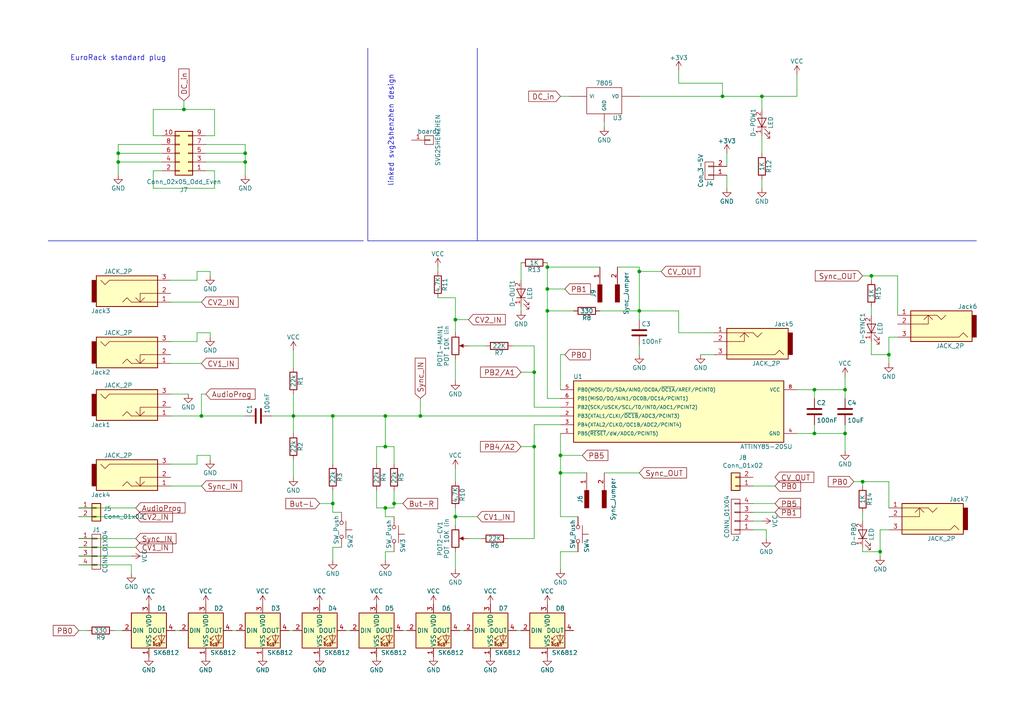
<source format=kicad_sch>
(kicad_sch (version 20230121) (generator eeschema)
  (paper "A4")
  (lib_symbols
    (symbol "8Bit_EuroRack-rescue:JACK_2P" (pin_names (offset 1.016))
      (property "Reference" "J" (at -8.89 -5.08 0))
      (property "Value" "JACK_2P" (at -3.81 6.35 0))
      (symbol "JACK_2P_0_1"
        (rectangle (start -11.43 3.81) (end -10.16 -2.54) (fill (type outline)))
        (polyline (pts (xy 3.81 0) (xy 7.62 0) (xy 7.62 0)))
        (polyline (pts (xy 0 -2.54) (xy -1.27 -1.27) (xy -2.54 -2.54) (xy -2.54 -2.54)))
        (polyline (pts (xy 0 -2.54) (xy 7.62 -2.54) (xy 7.62 -2.54) (xy 7.62 -2.54)))
        (polyline (pts (xy 1.27 -1.27) (xy 2.54 -2.54) (xy 3.81 -1.27) (xy 3.81 -1.27)))
        (polyline (pts (xy 3.81 0) (xy 2.54 0) (xy 2.54 -2.54) (xy 2.54 -2.54)))
        (polyline (pts (xy 7.62 3.81) (xy -6.35 3.81) (xy -7.62 2.54) (xy -8.89 3.81) (xy -8.89 3.81)))
        (rectangle (start 7.62 -3.81) (end -10.16 5.08) (stroke (width 0.254)) (fill (type background)))
      )
      (symbol "JACK_2P_1_1"
        (pin passive line (at 11.43 -2.54 180) (length 3.81) (name "~") (number "1"))
        (pin passive line (at 11.43 0 180) (length 3.81) (name "~") (number "2"))
        (pin passive line (at 11.43 3.81 180) (length 3.81) (name "~") (number "3"))
      )
    )
    (symbol "8Bit_eurorack_special:7805" (pin_numbers hide) (pin_names (offset 0.762))
      (property "Reference" "U" (at 3.81 -4.9784 0))
      (property "Value" "7805" (at 0 5.08 0))
      (symbol "7805_0_1"
        (rectangle (start -5.08 -3.81) (end 5.08 3.81))
      )
      (symbol "7805_1_1"
        (pin input line (at -10.16 1.27 0) (length 5.08) (name "VI") (number "1"))
        (pin input line (at 0 -6.35 90) (length 2.54) (name "GND") (number "2"))
        (pin power_out line (at 10.16 1.27 180) (length 5.08) (name "VO") (number "3"))
      )
    )
    (symbol "8Bit_eurorack_special:ATTINY85-20SU" (pin_names (offset 1.016))
      (property "Reference" "U" (at -29.21 10.16 0))
      (property "Value" "ATTINY85-20SU" (at 25.4 -10.16 0))
      (symbol "ATTINY85-20SU_0_1"
        (rectangle (start -30.48 8.89) (end 30.48 -8.89) (stroke (width 0.254)) (fill (type background)))
      )
      (symbol "ATTINY85-20SU_1_1"
        (pin bidirectional line (at -34.29 -6.35 0) (length 3.81) (name "PB5(~{RESET}/dW/ADC0/PCINT5)") (number "1"))
        (pin bidirectional line (at -34.29 -1.27 0) (length 3.81) (name "PB3(XTAL1/CLKI/~{OC1B}/ADC3/PCINT3)") (number "2"))
        (pin bidirectional line (at -34.29 -3.81 0) (length 3.81) (name "PB4(XTAL2/CLKO/OC1B/ADC2/PCINT4)") (number "3"))
        (pin power_in line (at 34.29 -6.35 180) (length 3.81) (name "GND") (number "4"))
        (pin bidirectional line (at -34.29 6.35 0) (length 3.81) (name "PB0(MOSI/DI/SDA/AIN0/OC0A/~{OC1A}/AREF/PCINT0)") (number "5"))
        (pin bidirectional line (at -34.29 3.81 0) (length 3.81) (name "PB1(MISO/DO/AIN1/OC0B/OC1A/PCINT1)") (number "6"))
        (pin bidirectional line (at -34.29 1.27 0) (length 3.81) (name "PB2(SCK/USCK/SCL/T0/INT0/ADC1/PCINT2)") (number "7"))
        (pin power_in line (at 34.29 6.35 180) (length 3.81) (name "VCC") (number "8"))
      )
    )
    (symbol "8Bit_eurorack_special:C" (pin_numbers hide) (pin_names (offset 0.254))
      (property "Reference" "C" (at 0.635 2.54 0))
      (property "Value" "C" (at 0.635 -2.54 0))
      (symbol "C_0_1"
        (polyline (pts (xy -2.032 -0.762) (xy 2.032 -0.762)) (stroke (width 0.508)))
        (polyline (pts (xy -2.032 0.762) (xy 2.032 0.762)) (stroke (width 0.508)))
      )
      (symbol "C_1_1"
        (pin passive line (at 0 3.81 270) (length 2.794) (name "~") (number "1"))
        (pin passive line (at 0 -3.81 90) (length 2.794) (name "~") (number "2"))
      )
    )
    (symbol "8Bit_eurorack_special:CONN_01X01" (pin_names (offset 1.016) hide)
      (property "Reference" "J" (at 0 2.54 0))
      (property "Value" "CONN_01X01" (at 2.54 0 90))
      (symbol "CONN_01X01_0_1"
        (rectangle (start -1.27 0.127) (end 0.254 -0.127))
        (rectangle (start -1.27 1.27) (end 1.27 -1.27))
      )
      (symbol "CONN_01X01_1_1"
        (pin passive line (at -5.08 0 0) (length 3.81) (name "P1") (number "1"))
      )
    )
    (symbol "8Bit_eurorack_special:CONN_01X02" (pin_names (offset 1.016) hide)
      (property "Reference" "J" (at 0 3.81 0))
      (property "Value" "CONN_01X02" (at 2.54 0 90))
      (symbol "CONN_01X02_0_1"
        (rectangle (start -1.27 -1.143) (end 0.254 -1.397))
        (rectangle (start -1.27 1.397) (end 0.254 1.143))
        (rectangle (start -1.27 2.54) (end 1.27 -2.54))
      )
      (symbol "CONN_01X02_1_1"
        (pin passive line (at -5.08 1.27 0) (length 3.81) (name "P1") (number "1"))
        (pin passive line (at -5.08 -1.27 0) (length 3.81) (name "P2") (number "2"))
      )
    )
    (symbol "8Bit_eurorack_special:CONN_01X02_MALE" (pin_names (offset 1.016) hide)
      (property "Reference" "J" (at 0 4.445 0))
      (property "Value" "CONN_01X02_MALE" (at 0 -5.08 0))
      (symbol "CONN_01X02_MALE_0_1"
        (rectangle (start -2.54 -1.905) (end 2.54 -3.175) (fill (type outline)))
        (rectangle (start -2.54 3.175) (end -2.54 3.175))
        (rectangle (start 2.54 3.175) (end -2.54 1.905) (fill (type outline)))
      )
      (symbol "CONN_01X02_MALE_1_1"
        (pin passive line (at 7.62 2.54 180) (length 5.08) (name "1") (number "1"))
        (pin passive line (at 7.62 -2.54 180) (length 5.08) (name "2") (number "2"))
      )
    )
    (symbol "8Bit_eurorack_special:CONN_01X04" (pin_names (offset 1.016) hide)
      (property "Reference" "J" (at 0 6.35 0))
      (property "Value" "CONN_01X04" (at 2.54 0 90))
      (symbol "CONN_01X04_0_1"
        (rectangle (start -1.27 -3.683) (end 0.254 -3.937))
        (rectangle (start -1.27 -1.143) (end 0.254 -1.397))
        (rectangle (start -1.27 1.397) (end 0.254 1.143))
        (rectangle (start -1.27 3.937) (end 0.254 3.683))
        (rectangle (start -1.27 5.08) (end 1.27 -5.08))
      )
      (symbol "CONN_01X04_1_1"
        (pin passive line (at -5.08 3.81 0) (length 3.81) (name "P1") (number "1"))
        (pin passive line (at -5.08 1.27 0) (length 3.81) (name "P2") (number "2"))
        (pin passive line (at -5.08 -1.27 0) (length 3.81) (name "P3") (number "3"))
        (pin passive line (at -5.08 -3.81 0) (length 3.81) (name "P4") (number "4"))
      )
    )
    (symbol "8Bit_eurorack_special:LED" (pin_names (offset 1.016) hide)
      (property "Reference" "D" (at 0 2.54 0))
      (property "Value" "LED" (at 0 -2.54 0))
      (symbol "LED_0_1"
        (polyline (pts (xy -1.27 -1.27) (xy -1.27 1.27)) (stroke (width 0.2032)))
        (polyline (pts (xy -1.27 0) (xy 1.27 0)))
        (polyline (pts (xy 1.27 -1.27) (xy 1.27 1.27) (xy -1.27 0) (xy 1.27 -1.27)) (stroke (width 0.2032)))
        (polyline (pts (xy -3.048 -0.762) (xy -4.572 -2.286) (xy -3.81 -2.286) (xy -4.572 -2.286) (xy -4.572 -1.524)))
        (polyline (pts (xy -1.778 -0.762) (xy -3.302 -2.286) (xy -2.54 -2.286) (xy -3.302 -2.286) (xy -3.302 -1.524)))
      )
      (symbol "LED_1_1"
        (pin passive line (at -3.81 0 0) (length 2.54) (name "K") (number "1"))
        (pin passive line (at 3.81 0 180) (length 2.54) (name "A") (number "2"))
      )
    )
    (symbol "8Bit_eurorack_special:POT" (pin_numbers hide) (pin_names (offset 1.016) hide)
      (property "Reference" "RV" (at -4.445 0 90))
      (property "Value" "POT" (at -2.54 0 90))
      (symbol "POT_0_1"
        (polyline (pts (xy 2.54 0) (xy 1.524 0)))
        (polyline (pts (xy 1.143 0) (xy 2.286 0.508) (xy 2.286 -0.508)) (fill (type outline)))
        (rectangle (start 1.016 2.54) (end -1.016 -2.54) (stroke (width 0.254)))
      )
      (symbol "POT_1_1"
        (pin passive line (at 0 3.81 270) (length 1.27) (name "1") (number "1"))
        (pin passive line (at 3.81 0 180) (length 1.27) (name "2") (number "2"))
        (pin passive line (at 0 -3.81 90) (length 1.27) (name "3") (number "3"))
      )
    )
    (symbol "8Bit_eurorack_special:R" (pin_numbers hide) (pin_names (offset 0))
      (property "Reference" "R" (at 2.032 0 90))
      (property "Value" "R" (at 0 0 90))
      (symbol "R_0_1"
        (rectangle (start -1.016 -2.54) (end 1.016 2.54) (stroke (width 0.254)))
      )
      (symbol "R_1_1"
        (pin passive line (at 0 3.81 270) (length 1.27) (name "~") (number "1"))
        (pin passive line (at 0 -3.81 90) (length 1.27) (name "~") (number "2"))
      )
    )
    (symbol "8Bit_eurorack_special:SK6812" (pin_names (offset 0.254))
      (property "Reference" "D" (at 5.08 5.715 0))
      (property "Value" "SK6812" (at 1.27 -5.715 0))
      (symbol "SK6812_0_0"
        (text "RGB" (at 2.286 -4.191 0) (effects (font (size 0.762 0.762))))
      )
      (symbol "SK6812_0_1"
        (polyline (pts (xy 1.27 -3.556) (xy 1.778 -3.556)))
        (polyline (pts (xy 1.27 -2.54) (xy 1.778 -2.54)))
        (polyline (pts (xy 4.699 -3.556) (xy 2.667 -3.556)))
        (polyline (pts (xy 2.286 -2.54) (xy 1.27 -3.556) (xy 1.27 -3.048)))
        (polyline (pts (xy 2.286 -1.524) (xy 1.27 -2.54) (xy 1.27 -2.032)))
        (polyline (pts (xy 3.683 -1.016) (xy 3.683 -3.556) (xy 3.683 -4.064)))
        (polyline (pts (xy 4.699 -1.524) (xy 2.667 -1.524) (xy 3.683 -3.556) (xy 4.699 -1.524)))
        (rectangle (start 5.08 5.08) (end -5.08 -5.08) (stroke (width 0.254)) (fill (type background)))
      )
      (symbol "SK6812_1_1"
        (pin power_in line (at 0 -7.62 90) (length 2.54) (name "VSS") (number "1"))
        (pin input line (at -7.62 0 0) (length 2.54) (name "DIN") (number "2"))
        (pin power_in line (at 0 7.62 270) (length 2.54) (name "VDD") (number "3"))
        (pin output line (at 7.62 0 180) (length 2.54) (name "DOUT") (number "4"))
      )
    )
    (symbol "8Bit_eurorack_special:SW_Push" (pin_numbers hide) (pin_names (offset 1.016) hide)
      (property "Reference" "SW" (at 1.27 2.54 0))
      (property "Value" "SW_Push" (at 0 -1.524 0))
      (symbol "SW_Push_0_1"
        (circle (center -2.032 0) (radius 0.508))
        (polyline (pts (xy 0 1.27) (xy 0 3.048)))
        (polyline (pts (xy 2.54 1.27) (xy -2.54 1.27)))
        (circle (center 2.032 0) (radius 0.508))
        (pin passive line (at -5.08 0 0) (length 2.54) (name "1") (number "1"))
        (pin passive line (at 5.08 0 180) (length 2.54) (name "2") (number "2"))
      )
    )
    (symbol "Connector_Generic:Conn_01x02" (pin_names (offset 1.016) hide)
      (property "Reference" "J" (at 0 2.54 0))
      (property "Value" "Conn_01x02" (at 0 -5.08 0))
      (symbol "Conn_01x02_1_1"
        (rectangle (start -1.27 -2.413) (end 0 -2.667) (stroke (width 0.1524)))
        (rectangle (start -1.27 0.127) (end 0 -0.127) (stroke (width 0.1524)))
        (rectangle (start -1.27 1.27) (end 1.27 -3.81) (stroke (width 0.254)) (fill (type background)))
        (pin passive line (at -5.08 0 0) (length 3.81) (name "Pin_1") (number "1"))
        (pin passive line (at -5.08 -2.54 0) (length 3.81) (name "Pin_2") (number "2"))
      )
    )
    (symbol "Connector_Generic:Conn_02x05_Odd_Even" (pin_names (offset 1.016) hide)
      (property "Reference" "J" (at 1.27 7.62 0))
      (property "Value" "Conn_02x05_Odd_Even" (at 1.27 -7.62 0))
      (symbol "Conn_02x05_Odd_Even_1_1"
        (rectangle (start -1.27 -4.953) (end 0 -5.207) (stroke (width 0.1524)))
        (rectangle (start -1.27 -2.413) (end 0 -2.667) (stroke (width 0.1524)))
        (rectangle (start -1.27 0.127) (end 0 -0.127) (stroke (width 0.1524)))
        (rectangle (start -1.27 2.667) (end 0 2.413) (stroke (width 0.1524)))
        (rectangle (start -1.27 5.207) (end 0 4.953) (stroke (width 0.1524)))
        (rectangle (start -1.27 6.35) (end 3.81 -6.35) (stroke (width 0.254)) (fill (type background)))
        (rectangle (start 3.81 -4.953) (end 2.54 -5.207) (stroke (width 0.1524)))
        (rectangle (start 3.81 -2.413) (end 2.54 -2.667) (stroke (width 0.1524)))
        (rectangle (start 3.81 0.127) (end 2.54 -0.127) (stroke (width 0.1524)))
        (rectangle (start 3.81 2.667) (end 2.54 2.413) (stroke (width 0.1524)))
        (rectangle (start 3.81 5.207) (end 2.54 4.953) (stroke (width 0.1524)))
        (pin passive line (at -5.08 5.08 0) (length 3.81) (name "Pin_1") (number "1"))
        (pin passive line (at 7.62 -5.08 180) (length 3.81) (name "Pin_10") (number "10"))
        (pin passive line (at 7.62 5.08 180) (length 3.81) (name "Pin_2") (number "2"))
        (pin passive line (at -5.08 2.54 0) (length 3.81) (name "Pin_3") (number "3"))
        (pin passive line (at 7.62 2.54 180) (length 3.81) (name "Pin_4") (number "4"))
        (pin passive line (at -5.08 0 0) (length 3.81) (name "Pin_5") (number "5"))
        (pin passive line (at 7.62 0 180) (length 3.81) (name "Pin_6") (number "6"))
        (pin passive line (at -5.08 -2.54 0) (length 3.81) (name "Pin_7") (number "7"))
        (pin passive line (at 7.62 -2.54 180) (length 3.81) (name "Pin_8") (number "8"))
        (pin passive line (at -5.08 -5.08 0) (length 3.81) (name "Pin_9") (number "9"))
      )
    )
    (symbol "power:+3V3" (power) (pin_names (offset 0))
      (property "Value" "+3V3" (at 0 3.556 0))
      (symbol "+3V3_0_1"
        (polyline (pts (xy -0.762 1.27) (xy 0 2.54)))
        (polyline (pts (xy 0 0) (xy 0 2.54)))
        (polyline (pts (xy 0 2.54) (xy 0.762 1.27)))
      )
      (symbol "+3V3_1_1"
        (pin power_in line (at 0 0 90) (length 0) hide (name "+3V3") (number "1"))
      )
    )
    (symbol "power:GND" (power) (pin_names (offset 0))
      (property "Value" "GND" (at 0 -3.81 0))
      (symbol "GND_0_1"
        (polyline (pts (xy 0 0) (xy 0 -1.27) (xy 1.27 -1.27) (xy 0 -2.54) (xy -1.27 -1.27) (xy 0 -1.27)))
      )
      (symbol "GND_1_1"
        (pin power_in line (at 0 0 270) (length 0) hide (name "GND") (number "1"))
      )
    )
    (symbol "power:VCC" (power) (pin_names (offset 0))
      (property "Value" "VCC" (at 0 3.81 0))
      (symbol "VCC_0_1"
        (polyline (pts (xy -0.762 1.27) (xy 0 2.54)))
        (polyline (pts (xy 0 0) (xy 0 2.54)))
        (polyline (pts (xy 0 2.54) (xy 0.762 1.27)))
      )
      (symbol "VCC_1_1"
        (pin power_in line (at 0 0 90) (length 0) hide (name "VCC") (number "1"))
      )
    )
  )
  (junction (at 111.76 147.32))
  (junction (at 185.42 78.74))
  (junction (at 245.11 125.73))
  (junction (at 154.94 129.54))
  (junction (at 185.42 90.17))
  (junction (at 53.34 31.75))
  (junction (at 71.12 46.99))
  (junction (at 132.08 92.71))
  (junction (at 209.55 27.94))
  (junction (at 34.29 46.99))
  (junction (at 252.73 80.01))
  (junction (at 162.56 137.16))
  (junction (at 121.92 120.65))
  (junction (at 111.76 129.54))
  (junction (at 158.75 90.17))
  (junction (at 132.08 149.86))
  (junction (at 250.19 139.7))
  (junction (at 245.11 113.03))
  (junction (at 34.29 44.45))
  (junction (at 158.75 77.47))
  (junction (at 96.52 120.65))
  (junction (at 236.22 113.03))
  (junction (at 257.81 102.87))
  (junction (at 114.3 146.05))
  (junction (at 111.76 120.65))
  (junction (at 158.75 83.82))
  (junction (at 58.42 120.65))
  (junction (at 162.56 132.08))
  (junction (at 154.94 107.95))
  (junction (at 236.22 125.73))
  (junction (at 85.09 120.65))
  (junction (at 220.98 27.94))
  (junction (at 255.27 160.02))
  (junction (at 96.52 146.05))
  (junction (at 71.12 44.45))
  (wire (pts (xy 96.52 148.59) (xy 99.06 148.59)))
  (wire (pts (xy 111.76 149.86) (xy 114.3 149.86)))
  (wire (pts (xy 46.99 44.45) (xy 34.29 44.45)))
  (wire (pts (xy 132.08 92.71) (xy 132.08 96.52)))
  (polyline (pts (xy 138.43 13.97) (xy 138.43 69.85)))
  (wire (pts (xy 185.42 100.33) (xy 185.42 102.87)))
  (wire (pts (xy 252.73 80.01) (xy 260.35 80.01)))
  (wire (pts (xy 57.15 99.06) (xy 49.53 99.06)))
  (wire (pts (xy 185.42 78.74) (xy 185.42 77.47)))
  (wire (pts (xy 109.22 147.32) (xy 111.76 147.32)))
  (wire (pts (xy 196.85 20.32) (xy 196.85 24.13)))
  (wire (pts (xy 210.82 44.45) (xy 210.82 48.26)))
  (wire (pts (xy 224.79 146.05) (xy 218.44 146.05)))
  (wire (pts (xy 111.76 129.54) (xy 114.3 129.54)))
  (wire (pts (xy 185.42 78.74) (xy 191.77 78.74)))
  (wire (pts (xy 58.42 120.65) (xy 71.12 120.65)))
  (wire (pts (xy 173.99 77.47) (xy 158.75 77.47)))
  (wire (pts (xy 220.98 52.07) (xy 220.98 54.61)))
  (wire (pts (xy 196.85 96.52) (xy 207.01 96.52)))
  (wire (pts (xy 111.76 129.54) (xy 111.76 120.65)))
  (wire (pts (xy 132.08 135.89) (xy 132.08 139.7)))
  (wire (pts (xy 162.56 125.73) (xy 162.56 132.08)))
  (wire (pts (xy 62.23 39.37) (xy 62.23 31.75)))
  (wire (pts (xy 46.99 39.37) (xy 44.45 39.37)))
  (wire (pts (xy 71.12 41.91) (xy 71.12 44.45)))
  (wire (pts (xy 250.19 139.7) (xy 250.19 140.97)))
  (wire (pts (xy 175.26 35.56) (xy 175.26 36.83)))
  (wire (pts (xy 260.35 97.79) (xy 257.81 97.79)))
  (wire (pts (xy 59.69 114.3) (xy 58.42 114.3)))
  (wire (pts (xy 207.01 102.87) (xy 203.2 102.87)))
  (wire (pts (xy 109.22 142.24) (xy 109.22 147.32)))
  (wire (pts (xy 245.11 109.22) (xy 245.11 113.03)))
  (wire (pts (xy 209.55 27.94) (xy 220.98 27.94)))
  (wire (pts (xy 162.56 113.03) (xy 162.56 102.87)))
  (wire (pts (xy 257.81 97.79) (xy 257.81 102.87)))
  (wire (pts (xy 34.29 46.99) (xy 34.29 50.8)))
  (wire (pts (xy 60.96 132.08) (xy 60.96 133.35)))
  (wire (pts (xy 252.73 99.06) (xy 252.73 102.87)))
  (wire (pts (xy 92.71 146.05) (xy 96.52 146.05)))
  (wire (pts (xy 231.14 113.03) (xy 236.22 113.03)))
  (wire (pts (xy 85.09 120.65) (xy 96.52 120.65)))
  (wire (pts (xy 59.69 41.91) (xy 71.12 41.91)))
  (wire (pts (xy 62.23 54.61) (xy 62.23 49.53)))
  (wire (pts (xy 44.45 31.75) (xy 53.34 31.75)))
  (wire (pts (xy 138.43 149.86) (xy 132.08 149.86)))
  (wire (pts (xy 127 77.47) (xy 127 78.74)))
  (wire (pts (xy 220.98 27.94) (xy 220.98 31.75)))
  (wire (pts (xy 109.22 129.54) (xy 109.22 134.62)))
  (wire (pts (xy 132.08 149.86) (xy 132.08 152.4)))
  (wire (pts (xy 49.53 87.63) (xy 58.42 87.63)))
  (wire (pts (xy 53.34 31.75) (xy 53.34 29.21)))
  (wire (pts (xy 252.73 102.87) (xy 257.81 102.87)))
  (wire (pts (xy 236.22 113.03) (xy 236.22 115.57)))
  (wire (pts (xy 22.86 161.29) (xy 38.1 161.29)))
  (wire (pts (xy 38.1 163.83) (xy 38.1 166.37)))
  (wire (pts (xy 34.29 41.91) (xy 34.29 44.45)))
  (wire (pts (xy 85.09 182.88) (xy 83.82 182.88)))
  (wire (pts (xy 162.56 27.94) (xy 165.1 27.94)))
  (wire (pts (xy 162.56 160.02) (xy 162.56 165.1)))
  (wire (pts (xy 231.14 125.73) (xy 236.22 125.73)))
  (wire (pts (xy 158.75 115.57) (xy 162.56 115.57)))
  (wire (pts (xy 96.52 146.05) (xy 96.52 148.59)))
  (wire (pts (xy 62.23 49.53) (xy 59.69 49.53)))
  (wire (pts (xy 245.11 123.19) (xy 245.11 125.73)))
  (wire (pts (xy 111.76 160.02) (xy 111.76 162.56)))
  (wire (pts (xy 255.27 153.67) (xy 255.27 160.02)))
  (wire (pts (xy 220.98 39.37) (xy 220.98 44.45)))
  (wire (pts (xy 154.94 123.19) (xy 154.94 129.54)))
  (wire (pts (xy 114.3 146.05) (xy 114.3 142.24)))
  (wire (pts (xy 22.86 182.88) (xy 25.4 182.88)))
  (wire (pts (xy 132.08 160.02) (xy 132.08 165.1)))
  (wire (pts (xy 39.37 149.86) (xy 22.86 149.86)))
  (wire (pts (xy 154.94 118.11) (xy 162.56 118.11)))
  (wire (pts (xy 167.64 160.02) (xy 162.56 160.02)))
  (wire (pts (xy 260.35 80.01) (xy 260.35 91.44)))
  (wire (pts (xy 257.81 139.7) (xy 257.81 147.32)))
  (wire (pts (xy 185.42 90.17) (xy 185.42 92.71)))
  (wire (pts (xy 111.76 120.65) (xy 121.92 120.65)))
  (wire (pts (xy 39.37 147.32) (xy 22.86 147.32)))
  (wire (pts (xy 151.13 107.95) (xy 154.94 107.95)))
  (wire (pts (xy 236.22 125.73) (xy 245.11 125.73)))
  (wire (pts (xy 99.06 158.75) (xy 96.52 158.75)))
  (wire (pts (xy 220.98 27.94) (xy 231.14 27.94)))
  (wire (pts (xy 250.19 80.01) (xy 252.73 80.01)))
  (wire (pts (xy 22.86 156.21) (xy 39.37 156.21)))
  (wire (pts (xy 151.13 182.88) (xy 149.86 182.88)))
  (wire (pts (xy 185.42 77.47) (xy 179.07 77.47)))
  (wire (pts (xy 250.19 139.7) (xy 257.81 139.7)))
  (wire (pts (xy 209.55 24.13) (xy 209.55 27.94)))
  (wire (pts (xy 59.69 44.45) (xy 71.12 44.45)))
  (wire (pts (xy 118.11 182.88) (xy 116.84 182.88)))
  (wire (pts (xy 224.79 148.59) (xy 218.44 148.59)))
  (wire (pts (xy 46.99 41.91) (xy 34.29 41.91)))
  (wire (pts (xy 154.94 100.33) (xy 154.94 107.95)))
  (wire (pts (xy 111.76 147.32) (xy 114.3 147.32)))
  (wire (pts (xy 132.08 147.32) (xy 132.08 149.86)))
  (wire (pts (xy 135.89 92.71) (xy 132.08 92.71)))
  (wire (pts (xy 114.3 147.32) (xy 114.3 146.05)))
  (wire (pts (xy 34.29 44.45) (xy 34.29 46.99)))
  (wire (pts (xy 22.86 158.75) (xy 39.37 158.75)))
  (wire (pts (xy 46.99 49.53) (xy 44.45 49.53)))
  (wire (pts (xy 49.53 114.3) (xy 54.61 114.3)))
  (wire (pts (xy 57.15 78.74) (xy 60.96 78.74)))
  (wire (pts (xy 257.81 102.87) (xy 257.81 105.41)))
  (wire (pts (xy 114.3 129.54) (xy 114.3 134.62)))
  (wire (pts (xy 109.22 129.54) (xy 111.76 129.54)))
  (wire (pts (xy 33.02 182.88) (xy 35.56 182.88)))
  (wire (pts (xy 121.92 120.65) (xy 162.56 120.65)))
  (wire (pts (xy 252.73 81.28) (xy 252.73 80.01)))
  (wire (pts (xy 101.6 182.88) (xy 100.33 182.88)))
  (wire (pts (xy 52.07 182.88) (xy 50.8 182.88)))
  (wire (pts (xy 57.15 96.52) (xy 57.15 99.06)))
  (wire (pts (xy 224.79 140.97) (xy 218.44 140.97)))
  (wire (pts (xy 257.81 153.67) (xy 255.27 153.67)))
  (wire (pts (xy 116.84 146.05) (xy 114.3 146.05)))
  (wire (pts (xy 185.42 27.94) (xy 209.55 27.94)))
  (wire (pts (xy 250.19 148.59) (xy 250.19 151.13)))
  (wire (pts (xy 162.56 149.86) (xy 167.64 149.86)))
  (wire (pts (xy 85.09 120.65) (xy 85.09 125.73)))
  (polyline (pts (xy 106.68 13.97) (xy 106.68 69.85)))
  (wire (pts (xy 218.44 153.67) (xy 222.25 153.67)))
  (wire (pts (xy 250.19 160.02) (xy 255.27 160.02)))
  (wire (pts (xy 68.58 182.88) (xy 67.31 182.88)))
  (wire (pts (xy 148.59 100.33) (xy 154.94 100.33)))
  (wire (pts (xy 196.85 90.17) (xy 196.85 96.52)))
  (wire (pts (xy 96.52 120.65) (xy 111.76 120.65)))
  (wire (pts (xy 245.11 113.03) (xy 245.11 115.57)))
  (wire (pts (xy 151.13 129.54) (xy 154.94 129.54)))
  (wire (pts (xy 185.42 90.17) (xy 196.85 90.17)))
  (wire (pts (xy 218.44 151.13) (xy 220.98 151.13)))
  (wire (pts (xy 57.15 132.08) (xy 60.96 132.08)))
  (wire (pts (xy 78.74 120.65) (xy 85.09 120.65)))
  (wire (pts (xy 173.99 90.17) (xy 185.42 90.17)))
  (wire (pts (xy 71.12 46.99) (xy 71.12 50.8)))
  (wire (pts (xy 58.42 114.3) (xy 58.42 120.65)))
  (wire (pts (xy 127 86.36) (xy 132.08 86.36)))
  (wire (pts (xy 134.62 182.88) (xy 133.35 182.88)))
  (wire (pts (xy 132.08 86.36) (xy 132.08 92.71)))
  (wire (pts (xy 85.09 101.6) (xy 85.09 106.68)))
  (wire (pts (xy 57.15 132.08) (xy 57.15 134.62)))
  (wire (pts (xy 210.82 50.8) (xy 210.82 54.61)))
  (wire (pts (xy 85.09 133.35) (xy 85.09 138.43)))
  (wire (pts (xy 158.75 76.2) (xy 158.75 77.47)))
  (wire (pts (xy 245.11 125.73) (xy 245.11 130.81)))
  (wire (pts (xy 57.15 81.28) (xy 49.53 81.28)))
  (wire (pts (xy 158.75 90.17) (xy 158.75 115.57)))
  (wire (pts (xy 231.14 27.94) (xy 231.14 21.59)))
  (wire (pts (xy 162.56 137.16) (xy 170.18 137.16)))
  (wire (pts (xy 162.56 137.16) (xy 162.56 149.86)))
  (wire (pts (xy 158.75 77.47) (xy 158.75 83.82)))
  (wire (pts (xy 44.45 39.37) (xy 44.45 31.75)))
  (wire (pts (xy 154.94 123.19) (xy 162.56 123.19)))
  (wire (pts (xy 151.13 76.2) (xy 151.13 81.28)))
  (wire (pts (xy 49.53 140.97) (xy 58.42 140.97)))
  (wire (pts (xy 236.22 125.73) (xy 236.22 123.19)))
  (wire (pts (xy 111.76 147.32) (xy 111.76 149.86)))
  (wire (pts (xy 154.94 129.54) (xy 154.94 156.21)))
  (wire (pts (xy 196.85 24.13) (xy 209.55 24.13)))
  (wire (pts (xy 59.69 39.37) (xy 62.23 39.37)))
  (wire (pts (xy 44.45 49.53) (xy 44.45 54.61)))
  (wire (pts (xy 60.96 96.52) (xy 60.96 97.79)))
  (wire (pts (xy 49.53 120.65) (xy 58.42 120.65)))
  (wire (pts (xy 85.09 114.3) (xy 85.09 120.65)))
  (wire (pts (xy 60.96 78.74) (xy 60.96 80.01)))
  (wire (pts (xy 250.19 158.75) (xy 250.19 160.02)))
  (wire (pts (xy 222.25 153.67) (xy 222.25 156.21)))
  (wire (pts (xy 175.26 137.16) (xy 185.42 137.16)))
  (wire (pts (xy 114.3 160.02) (xy 111.76 160.02)))
  (wire (pts (xy 154.94 107.95) (xy 154.94 118.11)))
  (wire (pts (xy 49.53 105.41) (xy 58.42 105.41)))
  (wire (pts (xy 59.69 46.99) (xy 71.12 46.99)))
  (wire (pts (xy 44.45 54.61) (xy 62.23 54.61)))
  (wire (pts (xy 255.27 160.02) (xy 255.27 161.29)))
  (wire (pts (xy 158.75 90.17) (xy 166.37 90.17)))
  (wire (pts (xy 162.56 102.87) (xy 163.83 102.87)))
  (wire (pts (xy 247.65 139.7) (xy 250.19 139.7)))
  (wire (pts (xy 96.52 142.24) (xy 96.52 146.05)))
  (wire (pts (xy 62.23 31.75) (xy 53.34 31.75)))
  (wire (pts (xy 57.15 96.52) (xy 60.96 96.52)))
  (wire (pts (xy 163.83 83.82) (xy 158.75 83.82)))
  (wire (pts (xy 132.08 104.14) (xy 132.08 110.49)))
  (wire (pts (xy 154.94 156.21) (xy 147.32 156.21)))
  (wire (pts (xy 22.86 163.83) (xy 38.1 163.83)))
  (wire (pts (xy 135.89 100.33) (xy 140.97 100.33)))
  (wire (pts (xy 135.89 156.21) (xy 139.7 156.21)))
  (wire (pts (xy 57.15 78.74) (xy 57.15 81.28)))
  (wire (pts (xy 96.52 134.62) (xy 96.52 120.65)))
  (wire (pts (xy 236.22 113.03) (xy 245.11 113.03)))
  (polyline (pts (xy 105.41 69.85) (xy 13.97 69.85)))
  (wire (pts (xy 185.42 78.74) (xy 185.42 90.17)))
  (wire (pts (xy 162.56 132.08) (xy 162.56 137.16)))
  (polyline (pts (xy 106.68 69.85) (xy 283.21 69.85)))
  (wire (pts (xy 46.99 46.99) (xy 34.29 46.99)))
  (wire (pts (xy 252.73 88.9) (xy 252.73 91.44)))
  (wire (pts (xy 71.12 44.45) (xy 71.12 46.99)))
  (wire (pts (xy 57.15 134.62) (xy 49.53 134.62)))
  (wire (pts (xy 168.91 132.08) (xy 162.56 132.08)))
  (wire (pts (xy 158.75 83.82) (xy 158.75 90.17)))
  (wire (pts (xy 96.52 158.75) (xy 96.52 162.56)))
  (wire (pts (xy 151.13 88.9) (xy 151.13 90.17)))
  (wire (pts (xy 121.92 115.57) (xy 121.92 120.65)))
  (text "linked svg2shenzhen design" (at 114.3 21.59 90) (effects (font (size 1.524 1.524)) (justify right bottom)))
  (text "EuroRack standard plug" (at 20.32 17.78 0) (effects (font (size 1.524 1.524)) (justify left bottom)))
  (global_label "Sync_OUT" (shape input) (at 185.42 137.16 0) (effects (font (size 1.524 1.524))) (property "Intersheetrefs" "${INTERSHEET_REFS}" (effects hide)))
  (global_label "CV_OUT" (shape input) (at 224.79 138.43 0) (effects (font (size 1.524 1.524))) (property "Intersheetrefs" "${INTERSHEET_REFS}" (effects hide)))
  (global_label "PB0" (shape input) (at 247.65 139.7 180) (effects (font (size 1.524 1.524))) (property "Intersheetrefs" "${INTERSHEET_REFS}" (effects hide)))
  (global_label "PB5" (shape input) (at 168.91 132.08 0) (effects (font (size 1.524 1.524))) (property "Intersheetrefs" "${INTERSHEET_REFS}" (effects hide)))
  (global_label "CV2_IN" (shape input) (at 58.42 87.63 0) (effects (font (size 1.524 1.524))) (property "Intersheetrefs" "${INTERSHEET_REFS}" (effects hide)))
  (global_label "Sync_IN" (shape input) (at 39.37 156.21 0) (effects (font (size 1.524 1.524))) (property "Intersheetrefs" "${INTERSHEET_REFS}" (effects hide)))
  (global_label "PB0" (shape input) (at 163.83 102.87 0) (effects (font (size 1.524 1.524))) (property "Intersheetrefs" "${INTERSHEET_REFS}" (effects hide)))
  (global_label "But-R" (shape input) (at 116.84 146.05 0) (effects (font (size 1.524 1.524))) (property "Intersheetrefs" "${INTERSHEET_REFS}" (effects hide)))
  (global_label "CV2_IN" (shape input) (at 39.37 149.86 0) (effects (font (size 1.524 1.524))) (property "Intersheetrefs" "${INTERSHEET_REFS}" (effects hide)))
  (global_label "PB0" (shape input) (at 22.86 182.88 180) (effects (font (size 1.524 1.524))) (property "Intersheetrefs" "${INTERSHEET_REFS}" (effects hide)))
  (global_label "PB1" (shape input) (at 163.83 83.82 0) (effects (font (size 1.524 1.524))) (property "Intersheetrefs" "${INTERSHEET_REFS}" (effects hide)))
  (global_label "Sync_IN" (shape input) (at 121.92 115.57 90) (effects (font (size 1.524 1.524))) (property "Intersheetrefs" "${INTERSHEET_REFS}" (effects hide)))
  (global_label "CV2_IN" (shape input) (at 135.89 92.71 0) (effects (font (size 1.524 1.524))) (property "Intersheetrefs" "${INTERSHEET_REFS}" (effects hide)))
  (global_label "CV1_IN" (shape input) (at 58.42 105.41 0) (effects (font (size 1.524 1.524))) (property "Intersheetrefs" "${INTERSHEET_REFS}" (effects hide)))
  (global_label "PB0" (shape input) (at 224.79 140.97 0) (effects (font (size 1.524 1.524))) (property "Intersheetrefs" "${INTERSHEET_REFS}" (effects hide)))
  (global_label "But-L" (shape input) (at 92.71 146.05 180) (effects (font (size 1.524 1.524))) (property "Intersheetrefs" "${INTERSHEET_REFS}" (effects hide)))
  (global_label "CV1_IN" (shape input) (at 138.43 149.86 0) (effects (font (size 1.524 1.524))) (property "Intersheetrefs" "${INTERSHEET_REFS}" (effects hide)))
  (global_label "PB4/A2" (shape input) (at 151.13 129.54 180) (effects (font (size 1.524 1.524))) (property "Intersheetrefs" "${INTERSHEET_REFS}" (effects hide)))
  (global_label "PB1" (shape input) (at 224.79 148.59 0) (effects (font (size 1.524 1.524))) (property "Intersheetrefs" "${INTERSHEET_REFS}" (effects hide)))
  (global_label "Sync_OUT" (shape input) (at 250.19 80.01 180) (effects (font (size 1.524 1.524))) (property "Intersheetrefs" "${INTERSHEET_REFS}" (effects hide)))
  (global_label "AudioProg" (shape input) (at 39.37 147.32 0) (effects (font (size 1.524 1.524))) (property "Intersheetrefs" "${INTERSHEET_REFS}" (effects hide)))
  (global_label "PB5" (shape input) (at 224.79 146.05 0) (effects (font (size 1.524 1.524))) (property "Intersheetrefs" "${INTERSHEET_REFS}" (effects hide)))
  (global_label "AudioProg" (shape input) (at 59.69 114.3 0) (effects (font (size 1.524 1.524))) (property "Intersheetrefs" "${INTERSHEET_REFS}" (effects hide)))
  (global_label "CV1_IN" (shape input) (at 39.37 158.75 0) (effects (font (size 1.524 1.524))) (property "Intersheetrefs" "${INTERSHEET_REFS}" (effects hide)))
  (global_label "DC_in" (shape input) (at 53.34 29.21 90) (effects (font (size 1.524 1.524))) (property "Intersheetrefs" "${INTERSHEET_REFS}" (effects hide)))
  (global_label "Sync_IN" (shape input) (at 58.42 140.97 0) (effects (font (size 1.524 1.524))) (property "Intersheetrefs" "${INTERSHEET_REFS}" (effects hide)))
  (global_label "PB2/A1" (shape input) (at 151.13 107.95 180) (effects (font (size 1.524 1.524))) (property "Intersheetrefs" "${INTERSHEET_REFS}" (effects hide)))
  (global_label "DC_in" (shape input) (at 162.56 27.94 180) (effects (font (size 1.524 1.524))) (property "Intersheetrefs" "${INTERSHEET_REFS}" (effects hide)))
  (global_label "CV_OUT" (shape input) (at 191.77 78.74 0) (effects (font (size 1.524 1.524))) (property "Intersheetrefs" "${INTERSHEET_REFS}" (effects hide)))
  (symbol (lib_id "8Bit_eurorack_special:POT") (at 132.08 156.21 0) (unit 1)
    (property "Reference" "POT2-CV1" (at 127.635 156.21 90))
    (property "Value" "POT 10K lin" (at 129.54 156.21 90))
    (property "Footprint" "8Bit_Eurorack:RD901F-ALPHA-3D" (effects hide))
  )
  (symbol (lib_id "8Bit_eurorack_special:POT") (at 132.08 100.33 0) (unit 1)
    (property "Reference" "POT1-MAIN1" (at 127.635 100.33 90))
    (property "Value" "POT 10K lin" (at 129.54 100.33 90))
    (property "Footprint" "8Bit_Eurorack:RD901F-ALPHA-3D" (effects hide))
  )
  (symbol (lib_id "8Bit_eurorack_special:R") (at 127 82.55 0) (unit 1)
    (property "Reference" "R11" (at 129.032 82.55 90))
    (property "Value" "4.7K" (at 127 82.55 90))
    (property "Footprint" "8Bit_Eurorack:R_1206_3d" (effects hide))
  )
  (symbol (lib_id "8Bit_eurorack_special:R") (at 132.08 143.51 0) (unit 1)
    (property "Reference" "R10" (at 134.112 143.51 90))
    (property "Value" "4.7K" (at 132.08 143.51 90))
    (property "Footprint" "8Bit_Eurorack:R_1206_3d" (effects hide))
  )
  (symbol (lib_id "8Bit_eurorack_special:C") (at 74.93 120.65 90) (unit 1)
    (property "Reference" "C1" (at 72.39 120.015 0) (effects (justify left)))
    (property "Value" "100nF" (at 77.47 120.015 0) (effects (justify left)))
    (property "Footprint" "8Bit_Eurorack:C_1206_3d" (effects hide))
  )
  (symbol (lib_id "8Bit_eurorack_special:C") (at 236.22 119.38 0) (unit 1)
    (property "Reference" "C2" (at 236.855 116.84 0) (effects (justify left)))
    (property "Value" "100nF" (at 236.855 121.92 0) (effects (justify left)))
    (property "Footprint" "8Bit_Eurorack:C_1206_3d" (effects hide))
  )
  (symbol (lib_id "8Bit_eurorack_special:C") (at 185.42 96.52 0) (unit 1)
    (property "Reference" "C3" (at 186.055 93.98 0) (effects (justify left)))
    (property "Value" "100nF" (at 186.055 99.06 0) (effects (justify left)))
    (property "Footprint" "8Bit_Eurorack:C_1206_3d" (effects hide))
  )
  (symbol (lib_id "power:GND") (at 132.08 110.49 0) (unit 1)
    (property "Reference" "#PWR01" (effects hide))
    (property "Value" "GND" (at 132.08 114.3 0))
  )
  (symbol (lib_id "power:VCC") (at 127 77.47 0) (unit 1)
    (property "Reference" "#PWR02" (effects hide))
    (property "Value" "VCC" (at 127 73.66 0))
  )
  (symbol (lib_id "power:VCC") (at 132.08 135.89 0) (unit 1)
    (property "Reference" "#PWR03" (effects hide))
    (property "Value" "VCC" (at 132.08 132.08 0))
  )
  (symbol (lib_id "8Bit_eurorack_special:R") (at 144.78 100.33 270) (unit 1)
    (property "Reference" "R7" (at 144.78 102.362 90))
    (property "Value" "22K" (at 144.78 100.33 90))
    (property "Footprint" "8Bit_Eurorack:R_1206_3d" (effects hide))
  )
  (symbol (lib_id "8Bit_eurorack_special:R") (at 143.51 156.21 270) (unit 1)
    (property "Reference" "R6" (at 143.51 158.242 90))
    (property "Value" "22K" (at 143.51 156.21 90))
    (property "Footprint" "8Bit_Eurorack:R_1206_3d" (effects hide))
  )
  (symbol (lib_id "8Bit_eurorack_special:R") (at 85.09 110.49 0) (unit 1)
    (property "Reference" "R1" (at 87.122 110.49 90))
    (property "Value" "22k" (at 85.09 110.49 90))
    (property "Footprint" "8Bit_Eurorack:R_1206_3d" (effects hide))
  )
  (symbol (lib_id "8Bit_eurorack_special:R") (at 85.09 129.54 0) (unit 1)
    (property "Reference" "R2" (at 87.122 129.54 90))
    (property "Value" "22k" (at 85.09 129.54 90))
    (property "Footprint" "8Bit_Eurorack:R_1206_3d" (effects hide))
  )
  (symbol (lib_id "power:GND") (at 85.09 138.43 0) (unit 1)
    (property "Reference" "#PWR04" (effects hide))
    (property "Value" "GND" (at 85.09 142.24 0))
  )
  (symbol (lib_id "power:VCC") (at 85.09 101.6 0) (unit 1)
    (property "Reference" "#PWR05" (effects hide))
    (property "Value" "VCC" (at 85.09 97.79 0))
  )
  (symbol (lib_id "power:GND") (at 132.08 165.1 0) (unit 1)
    (property "Reference" "#PWR06" (effects hide))
    (property "Value" "GND" (at 132.08 168.91 0))
  )
  (symbol (lib_id "8Bit_eurorack_special:R") (at 96.52 138.43 0) (unit 1)
    (property "Reference" "R3" (at 98.552 138.43 90))
    (property "Value" "22k" (at 96.52 138.43 90))
    (property "Footprint" "8Bit_Eurorack:R_1206_3d" (effects hide))
  )
  (symbol (lib_id "8Bit_eurorack_special:R") (at 109.22 138.43 0) (unit 1)
    (property "Reference" "R4" (at 111.252 138.43 90))
    (property "Value" "22k" (at 109.22 138.43 90))
    (property "Footprint" "8Bit_Eurorack:R_1206_3d" (effects hide))
  )
  (symbol (lib_id "8Bit_eurorack_special:R") (at 114.3 138.43 0) (unit 1)
    (property "Reference" "R5" (at 116.332 138.43 90))
    (property "Value" "22k" (at 114.3 138.43 90))
    (property "Footprint" "8Bit_Eurorack:R_1206_3d" (effects hide))
  )
  (symbol (lib_id "power:GND") (at 111.76 162.56 0) (unit 1)
    (property "Reference" "#PWR07" (effects hide))
    (property "Value" "GND" (at 111.76 166.37 0))
  )
  (symbol (lib_id "power:GND") (at 96.52 162.56 0) (unit 1)
    (property "Reference" "#PWR08" (effects hide))
    (property "Value" "GND" (at 96.52 166.37 0))
  )
  (symbol (lib_id "8Bit_eurorack_special:R") (at 170.18 90.17 270) (unit 1)
    (property "Reference" "R8" (at 170.18 92.202 90))
    (property "Value" "330" (at 170.18 90.17 90))
    (property "Footprint" "8Bit_Eurorack:R_1206_3d" (effects hide))
  )
  (symbol (lib_id "power:GND") (at 185.42 102.87 0) (unit 1)
    (property "Reference" "#PWR09" (effects hide))
    (property "Value" "GND" (at 185.42 106.68 0))
  )
  (symbol (lib_id "power:GND") (at 60.96 97.79 0) (unit 1)
    (property "Reference" "#PWR011" (effects hide))
    (property "Value" "GND" (at 60.96 101.6 0))
  )
  (symbol (lib_id "power:GND") (at 38.1 166.37 0) (unit 1)
    (property "Reference" "#PWR012" (effects hide))
    (property "Value" "GND" (at 38.1 170.18 0))
  )
  (symbol (lib_id "power:VCC") (at 38.1 161.29 270) (unit 1)
    (property "Reference" "#PWR013" (effects hide))
    (property "Value" "VCC" (at 41.91 161.29 0))
  )
  (symbol (lib_id "8Bit_eurorack_special:CONN_01X02_MALE") (at 172.72 144.78 90) (unit 1)
    (property "Reference" "J6" (at 168.275 144.78 0))
    (property "Value" "Sync_Jumper" (at 177.8 144.78 0))
    (property "Footprint" "8Bit_Eurorack:Sync_jumper_small" (effects hide))
  )
  (symbol (lib_id "8Bit_eurorack_special:C") (at 245.11 119.38 0) (unit 1)
    (property "Reference" "C4" (at 245.745 116.84 0) (effects (justify left)))
    (property "Value" "10uF" (at 245.745 121.92 0) (effects (justify left)))
    (property "Footprint" "8Bit_Eurorack:C_1206_3d" (effects hide))
  )
  (symbol (lib_id "power:VCC") (at 245.11 109.22 0) (unit 1)
    (property "Reference" "#PWR014" (effects hide))
    (property "Value" "VCC" (at 245.11 105.41 0))
  )
  (symbol (lib_id "power:GND") (at 245.11 130.81 0) (unit 1)
    (property "Reference" "#PWR015" (effects hide))
    (property "Value" "GND" (at 245.11 134.62 0))
  )
  (symbol (lib_id "power:GND") (at 162.56 165.1 0) (unit 1)
    (property "Reference" "#PWR016" (effects hide))
    (property "Value" "GND" (at 162.56 168.91 0))
  )
  (symbol (lib_id "8Bit_eurorack_special:ATTINY85-20SU") (at 196.85 119.38 0) (unit 1)
    (property "Reference" "U1" (at 167.64 109.22 0))
    (property "Value" "ATTINY85-20SU" (at 222.25 129.54 0))
    (property "Footprint" "8Bit_Eurorack:DIP-8_Attiny_with_Socket_3d" (effects hide))
  )
  (symbol (lib_id "8Bit_eurorack_special:SW_Push") (at 99.06 153.67 270) (unit 1)
    (property "Reference" "SW2" (at 101.6 154.94 0) (effects (justify left)))
    (property "Value" "SW_Push" (at 97.536 153.67 0))
    (property "Footprint" "8Bit_Eurorack:TACTILE-PTH_3d" (effects hide))
  )
  (symbol (lib_id "8Bit_eurorack_special:SW_Push") (at 114.3 154.94 270) (unit 1)
    (property "Reference" "SW3" (at 116.84 156.21 0) (effects (justify left)))
    (property "Value" "SW_Push" (at 112.776 154.94 0))
    (property "Footprint" "8Bit_Eurorack:TACTILE-PTH_3d" (effects hide))
  )
  (symbol (lib_id "8Bit_eurorack_special:LED") (at 151.13 85.09 90) (unit 1)
    (property "Reference" "D-OUT1" (at 148.59 85.09 0))
    (property "Value" "LED" (at 153.67 85.09 0))
    (property "Footprint" "8Bit_Eurorack:LED_PLCC_2835_Handsoldering" (effects hide))
  )
  (symbol (lib_id "8Bit_eurorack_special:R") (at 154.94 76.2 270) (unit 1)
    (property "Reference" "R13" (at 154.94 78.232 90))
    (property "Value" "1K" (at 154.94 76.2 90))
    (property "Footprint" "8Bit_Eurorack:R_1206_3d" (effects hide))
  )
  (symbol (lib_id "power:GND") (at 151.13 90.17 0) (unit 1)
    (property "Reference" "#PWR017" (effects hide))
    (property "Value" "GND" (at 151.13 93.98 0))
  )
  (symbol (lib_id "8Bit_eurorack_special:7805") (at 175.26 29.21 0) (unit 1)
    (property "Reference" "U3" (at 179.07 34.1884 0))
    (property "Value" "7805" (at 175.26 24.13 0))
    (property "Footprint" "TO_SOT_Packages_SMD:TO-252-3_TabPin2" (effects hide))
  )
  (symbol (lib_id "power:GND") (at 175.26 36.83 0) (unit 1)
    (property "Reference" "#PWR018" (effects hide))
    (property "Value" "GND" (at 175.26 40.64 0))
  )
  (symbol (lib_id "power:VCC") (at 231.14 21.59 0) (unit 1)
    (property "Reference" "#PWR019" (effects hide))
    (property "Value" "VCC" (at 231.14 17.78 0))
  )
  (symbol (lib_id "8Bit_eurorack_special:LED") (at 220.98 35.56 90) (unit 1)
    (property "Reference" "D-POW1" (at 218.44 35.56 0))
    (property "Value" "LED" (at 223.52 35.56 0))
    (property "Footprint" "8Bit_Eurorack:LED_PLCC_2835_Handsoldering" (effects hide))
  )
  (symbol (lib_id "8Bit_eurorack_special:R") (at 220.98 48.26 0) (unit 1)
    (property "Reference" "R12" (at 223.012 48.26 90))
    (property "Value" "1K" (at 220.98 48.26 90))
    (property "Footprint" "8Bit_Eurorack:R_1206_3d" (effects hide))
  )
  (symbol (lib_id "power:GND") (at 220.98 54.61 0) (unit 1)
    (property "Reference" "#PWR021" (effects hide))
    (property "Value" "GND" (at 220.98 58.42 0))
  )
  (symbol (lib_id "8Bit_eurorack_special:SW_Push") (at 167.64 154.94 270) (unit 1)
    (property "Reference" "SW4" (at 170.18 156.21 0) (effects (justify left)))
    (property "Value" "SW_Push" (at 166.116 154.94 0))
    (property "Footprint" "8Bit_Eurorack:SW_SPST_3d" (effects hide))
  )
  (symbol (lib_id "8Bit_eurorack_special:CONN_01X04") (at 213.36 149.86 180) (unit 1)
    (property "Reference" "J2" (at 213.36 156.21 0))
    (property "Value" "CONN_01X04" (at 210.82 149.86 90))
    (property "Footprint" "8Bit_Eurorack:Angled_1x04_Pitch2.54mm-3d" (effects hide))
  )
  (symbol (lib_id "power:GND") (at 222.25 156.21 0) (unit 1)
    (property "Reference" "#PWR022" (effects hide))
    (property "Value" "GND" (at 222.25 160.02 0))
  )
  (symbol (lib_id "power:VCC") (at 220.98 151.13 270) (unit 1)
    (property "Reference" "#PWR023" (effects hide))
    (property "Value" "VCC" (at 224.79 151.13 0))
  )
  (symbol (lib_id "8Bit_eurorack_special:CONN_01X02") (at 205.74 49.53 180) (unit 1)
    (property "Reference" "J4" (at 205.74 53.34 0))
    (property "Value" "Con_3-5V" (at 203.2 49.53 90))
    (property "Footprint" "8Bit_Eurorack:Bat_connector_SMD" (effects hide))
  )
  (symbol (lib_id "power:GND") (at 210.82 54.61 0) (unit 1)
    (property "Reference" "#PWR024" (effects hide))
    (property "Value" "GND" (at 210.82 58.42 0))
  )
  (symbol (lib_id "power:+3V3") (at 196.85 20.32 0) (unit 1)
    (property "Reference" "#PWR025" (effects hide))
    (property "Value" "+3V3" (at 196.85 16.764 0))
  )
  (symbol (lib_id "power:+3V3") (at 210.82 44.45 0) (unit 1)
    (property "Reference" "#PWR026" (effects hide))
    (property "Value" "+3V3" (at 210.82 40.894 0))
  )
  (symbol (lib_id "power:GND") (at 43.18 190.5 0) (unit 1)
    (property "Reference" "#PWR027" (effects hide))
    (property "Value" "GND" (at 43.18 194.31 0))
  )
  (symbol (lib_id "power:VCC") (at 43.18 175.26 0) (unit 1)
    (property "Reference" "#PWR028" (effects hide))
    (property "Value" "VCC" (at 43.18 171.45 0))
  )
  (symbol (lib_id "8Bit_eurorack_special:R") (at 29.21 182.88 270) (unit 1)
    (property "Reference" "R9" (at 29.21 184.912 90))
    (property "Value" "330" (at 29.21 182.88 90))
    (property "Footprint" "8Bit_Eurorack:R_1206_3d" (effects hide))
  )
  (symbol (lib_id "8Bit_eurorack_special:CONN_01X01") (at 124.46 40.64 0) (unit 1)
    (property "Reference" "board1" (at 124.46 38.1 0))
    (property "Value" "SVG2SHENZHEN" (at 127 40.64 90))
    (property "Footprint" "8Bit_Eurorack:8Bit_EuroRack-NEO_7hp" (effects hide))
  )
  (symbol (lib_id "8Bit_eurorack_special:CONN_01X04") (at 27.94 160.02 0) (unit 1)
    (property "Reference" "J1" (at 27.94 153.67 0))
    (property "Value" "CONN_01X04" (at 30.48 160.02 90))
    (property "Footprint" "8Bit_Eurorack:Angled_1x04_Pitch2.54mm-3d" (effects hide))
  )
  (symbol (lib_id "power:GND") (at 59.69 190.5 0) (unit 1)
    (property "Reference" "#PWR029" (effects hide))
    (property "Value" "GND" (at 59.69 194.31 0))
  )
  (symbol (lib_id "power:VCC") (at 59.69 175.26 0) (unit 1)
    (property "Reference" "#PWR030" (effects hide))
    (property "Value" "VCC" (at 59.69 171.45 0))
  )
  (symbol (lib_id "power:GND") (at 76.2 190.5 0) (unit 1)
    (property "Reference" "#PWR031" (effects hide))
    (property "Value" "GND" (at 76.2 194.31 0))
  )
  (symbol (lib_id "power:VCC") (at 76.2 175.26 0) (unit 1)
    (property "Reference" "#PWR032" (effects hide))
    (property "Value" "VCC" (at 76.2 171.45 0))
  )
  (symbol (lib_id "power:GND") (at 92.71 190.5 0) (unit 1)
    (property "Reference" "#PWR033" (effects hide))
    (property "Value" "GND" (at 92.71 194.31 0))
  )
  (symbol (lib_id "power:VCC") (at 92.71 175.26 0) (unit 1)
    (property "Reference" "#PWR034" (effects hide))
    (property "Value" "VCC" (at 92.71 171.45 0))
  )
  (symbol (lib_id "power:GND") (at 109.22 190.5 0) (unit 1)
    (property "Reference" "#PWR035" (effects hide))
    (property "Value" "GND" (at 109.22 194.31 0))
  )
  (symbol (lib_id "power:VCC") (at 109.22 175.26 0) (unit 1)
    (property "Reference" "#PWR036" (effects hide))
    (property "Value" "VCC" (at 109.22 171.45 0))
  )
  (symbol (lib_id "power:GND") (at 125.73 190.5 0) (unit 1)
    (property "Reference" "#PWR037" (effects hide))
    (property "Value" "GND" (at 125.73 194.31 0))
  )
  (symbol (lib_id "power:VCC") (at 125.73 175.26 0) (unit 1)
    (property "Reference" "#PWR038" (effects hide))
    (property "Value" "VCC" (at 125.73 171.45 0))
  )
  (symbol (lib_id "power:GND") (at 142.24 190.5 0) (unit 1)
    (property "Reference" "#PWR039" (effects hide))
    (property "Value" "GND" (at 142.24 194.31 0))
  )
  (symbol (lib_id "power:VCC") (at 142.24 175.26 0) (unit 1)
    (property "Reference" "#PWR040" (effects hide))
    (property "Value" "VCC" (at 142.24 171.45 0))
  )
  (symbol (lib_id "power:GND") (at 158.75 190.5 0) (unit 1)
    (property "Reference" "#PWR041" (effects hide))
    (property "Value" "GND" (at 158.75 194.31 0))
  )
  (symbol (lib_id "power:VCC") (at 158.75 175.26 0) (unit 1)
    (property "Reference" "#PWR042" (effects hide))
    (property "Value" "VCC" (at 158.75 171.45 0))
  )
  (symbol (lib_id "8Bit_eurorack_special:SK6812") (at 43.18 182.88 0) (unit 1)
    (property "Reference" "D1" (at 48.26 177.165 0) (effects (justify right bottom)))
    (property "Value" "SK6812" (at 44.45 188.595 0) (effects (justify left top)))
    (property "Footprint" "8Bit_Eurorack:Mixtape_NEO_WS2812B_3d" (effects hide))
  )
  (symbol (lib_id "8Bit_eurorack_special:SK6812") (at 59.69 182.88 0) (unit 1)
    (property "Reference" "D2" (at 64.77 177.165 0) (effects (justify right bottom)))
    (property "Value" "SK6812" (at 60.96 188.595 0) (effects (justify left top)))
    (property "Footprint" "8Bit_Eurorack:Mixtape_NEO_WS2812B_3d" (effects hide))
  )
  (symbol (lib_id "8Bit_eurorack_special:SK6812") (at 76.2 182.88 0) (unit 1)
    (property "Reference" "D3" (at 81.28 177.165 0) (effects (justify right bottom)))
    (property "Value" "SK6812" (at 77.47 188.595 0) (effects (justify left top)))
    (property "Footprint" "8Bit_Eurorack:Mixtape_NEO_WS2812B_3d" (effects hide))
  )
  (symbol (lib_id "8Bit_eurorack_special:SK6812") (at 92.71 182.88 0) (unit 1)
    (property "Reference" "D4" (at 97.79 177.165 0) (effects (justify right bottom)))
    (property "Value" "SK6812" (at 93.98 188.595 0) (effects (justify left top)))
    (property "Footprint" "8Bit_Eurorack:Mixtape_NEO_WS2812B_3d" (effects hide))
  )
  (symbol (lib_id "8Bit_eurorack_special:SK6812") (at 109.22 182.88 0) (unit 1)
    (property "Reference" "D5" (at 114.3 177.165 0) (effects (justify right bottom)))
    (property "Value" "SK6812" (at 110.49 188.595 0) (effects (justify left top)))
    (property "Footprint" "8Bit_Eurorack:Mixtape_NEO_WS2812B_3d" (effects hide))
  )
  (symbol (lib_id "8Bit_eurorack_special:SK6812") (at 125.73 182.88 0) (unit 1)
    (property "Reference" "D6" (at 130.81 177.165 0) (effects (justify right bottom)))
    (property "Value" "SK6812" (at 127 188.595 0) (effects (justify left top)))
    (property "Footprint" "8Bit_Eurorack:Mixtape_NEO_WS2812B_3d" (effects hide))
  )
  (symbol (lib_id "8Bit_eurorack_special:SK6812") (at 142.24 182.88 0) (unit 1)
    (property "Reference" "D7" (at 147.32 177.165 0) (effects (justify right bottom)))
    (property "Value" "SK6812" (at 143.51 188.595 0) (effects (justify left top)))
    (property "Footprint" "8Bit_Eurorack:Mixtape_NEO_WS2812B_3d" (effects hide))
  )
  (symbol (lib_id "8Bit_eurorack_special:SK6812") (at 158.75 182.88 0) (unit 1)
    (property "Reference" "D8" (at 163.83 177.165 0) (effects (justify right bottom)))
    (property "Value" "SK6812" (at 160.02 188.595 0) (effects (justify left top)))
    (property "Footprint" "8Bit_Eurorack:Mixtape_NEO_WS2812B_3d" (effects hide))
  )
  (symbol (lib_id "8Bit_EuroRack-rescue:JACK_2P") (at 271.78 93.98 180) (unit 1)
    (property "Reference" "Jack6" (at 280.67 88.9 0))
    (property "Value" "JACK_2P" (at 275.59 100.33 0))
    (property "Footprint" "8Bit_Eurorack:PJ301M-12_dusjagr_3d" (effects hide))
  )
  (symbol (lib_id "8Bit_EuroRack-rescue:JACK_2P") (at 218.44 99.06 180) (unit 1)
    (property "Reference" "Jack5" (at 227.33 93.98 0))
    (property "Value" "JACK_2P" (at 222.25 105.41 0))
    (property "Footprint" "8Bit_Eurorack:PJ301M-12_dusjagr_3d" (effects hide))
  )
  (symbol (lib_id "8Bit_EuroRack-rescue:JACK_2P") (at 38.1 102.87 0) (unit 1)
    (property "Reference" "Jack2" (at 29.21 107.95 0))
    (property "Value" "JACK_2P" (at 34.29 96.52 0))
    (property "Footprint" "8Bit_Eurorack:PJ301M-12_dusjagr_3d" (effects hide))
  )
  (symbol (lib_id "8Bit_EuroRack-rescue:JACK_2P") (at 38.1 118.11 0) (unit 1)
    (property "Reference" "Jack1" (at 29.21 123.19 0))
    (property "Value" "JACK_2P" (at 34.29 111.76 0))
    (property "Footprint" "8Bit_Eurorack:PJ301M-12_dusjagr_3d" (effects hide))
  )
  (symbol (lib_id "power:GND") (at 203.2 102.87 0) (unit 1)
    (property "Reference" "#PWR047" (effects hide))
    (property "Value" "GND" (at 203.2 106.68 0))
  )
  (symbol (lib_id "power:GND") (at 54.61 114.3 0) (unit 1)
    (property "Reference" "#PWR043" (effects hide))
    (property "Value" "GND" (at 54.61 118.11 0))
  )
  (symbol (lib_id "power:GND") (at 60.96 80.01 0) (unit 1)
    (property "Reference" "#PWR044" (effects hide))
    (property "Value" "GND" (at 60.96 83.82 0))
  )
  (symbol (lib_id "8Bit_EuroRack-rescue:JACK_2P") (at 38.1 85.09 0) (unit 1)
    (property "Reference" "Jack3" (at 29.21 90.17 0))
    (property "Value" "JACK_2P" (at 34.29 78.74 0))
    (property "Footprint" "8Bit_Eurorack:PJ301M-12_dusjagr_3d" (effects hide))
  )
  (symbol (lib_id "power:GND") (at 60.96 133.35 0) (unit 1)
    (property "Reference" "#PWR045" (effects hide))
    (property "Value" "GND" (at 60.96 137.16 0))
  )
  (symbol (lib_id "8Bit_EuroRack-rescue:JACK_2P") (at 38.1 138.43 0) (unit 1)
    (property "Reference" "Jack4" (at 29.21 143.51 0))
    (property "Value" "JACK_2P" (at 34.29 132.08 0))
    (property "Footprint" "8Bit_Eurorack:PJ301M-12_dusjagr_3d" (effects hide))
  )
  (symbol (lib_id "power:GND") (at 257.81 105.41 0) (unit 1)
    (property "Reference" "#PWR049" (effects hide))
    (property "Value" "GND" (at 257.81 109.22 0))
  )
  (symbol (lib_id "8Bit_EuroRack-rescue:JACK_2P") (at 269.24 149.86 180) (unit 1)
    (property "Reference" "Jack7" (at 278.13 144.78 0))
    (property "Value" "JACK_2P" (at 273.05 156.21 0))
    (property "Footprint" "8Bit_Eurorack:PJ301M-12_dusjagr_3d" (effects hide))
  )
  (symbol (lib_id "power:GND") (at 255.27 161.29 0) (unit 1)
    (property "Reference" "#PWR050" (effects hide))
    (property "Value" "GND" (at 255.27 165.1 0))
  )
  (symbol (lib_id "8Bit_eurorack_special:CONN_01X02_MALE") (at 176.53 85.09 90) (unit 1)
    (property "Reference" "J9" (at 172.085 85.09 0))
    (property "Value" "Sync_Jumper" (at 181.61 85.09 0))
    (property "Footprint" "8Bit_Eurorack:Sync_jumper_small" (effects hide))
  )
  (symbol (lib_id "8Bit_eurorack_special:LED") (at 250.19 154.94 90) (unit 1)
    (property "Reference" "D-PB0" (at 247.65 154.94 0))
    (property "Value" "LED" (at 252.73 154.94 0))
    (property "Footprint" "8Bit_Eurorack:LED_PLCC_2835_Handsoldering" (effects hide))
  )
  (symbol (lib_id "8Bit_eurorack_special:R") (at 250.19 144.78 0) (unit 1)
    (property "Reference" "R14" (at 252.222 144.78 90))
    (property "Value" "1K" (at 250.19 144.78 90))
    (property "Footprint" "8Bit_Eurorack:R_1206_3d" (effects hide))
  )
  (symbol (lib_id "Connector_Generic:Conn_01x02") (at 27.94 147.32 0) (unit 1)
    (property "Reference" "J5" (at 29.972 147.5232 0) (effects (justify left)))
    (property "Value" "Conn_01x02" (at 29.972 149.8346 0) (effects (justify left)))
    (property "Footprint" "Socket_Strips:Socket_Strip_Angled_1x02_Pitch2.54mm" (effects hide))
  )
  (symbol (lib_id "Connector_Generic:Conn_01x02") (at 213.36 140.97 180) (unit 1)
    (property "Reference" "J8" (at 215.4428 132.715 0))
    (property "Value" "Conn_01x02" (at 215.4428 135.0264 0))
    (property "Footprint" "Pin_Headers:Pin_Header_Angled_1x02_Pitch2.54mm" (effects hide))
  )
  (symbol (lib_id "8Bit_eurorack_special:R") (at 252.73 85.09 0) (unit 1)
    (property "Reference" "R15" (at 254.762 85.09 90))
    (property "Value" "1K" (at 252.73 85.09 90))
    (property "Footprint" "8Bit_Eurorack:R_1206_3d" (effects hide))
  )
  (symbol (lib_id "8Bit_eurorack_special:LED") (at 252.73 95.25 90) (unit 1)
    (property "Reference" "D-SYNC1" (at 250.19 95.25 0))
    (property "Value" "LED" (at 255.27 95.25 0))
    (property "Footprint" "8Bit_Eurorack:LED_PLCC_2835_Handsoldering" (effects hide))
  )
  (symbol (lib_id "Connector_Generic:Conn_02x05_Odd_Even") (at 54.61 44.45 180) (unit 1)
    (property "Reference" "J7" (at 53.34 55.0418 0))
    (property "Value" "Conn_02x05_Odd_Even" (at 53.34 52.7304 0))
    (property "Footprint" "8Bit_Eurorack:Pin_Header_Angled_2x05_Pitch2.54mm_with_space_for_con" (effects hide))
  )
  (symbol (lib_id "power:GND") (at 34.29 50.8 0) (unit 1)
    (property "Reference" "#PWR0101" (effects hide))
    (property "Value" "GND" (at 34.29 54.61 0))
  )
  (symbol (lib_id "power:GND") (at 71.12 50.8 0) (unit 1)
    (property "Reference" "#PWR0102" (effects hide))
    (property "Value" "GND" (at 71.12 54.61 0))
  )
)
</source>
